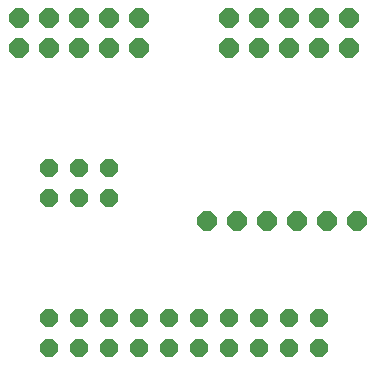
<source format=gts>
G75*
%MOIN*%
%OFA0B0*%
%FSLAX25Y25*%
%IPPOS*%
%LPD*%
%AMOC8*
5,1,8,0,0,1.08239X$1,22.5*
%
%ADD10OC8,0.06000*%
%ADD11OC8,0.06400*%
D10*
X0037000Y0027000D03*
X0037000Y0037000D03*
X0047000Y0037000D03*
X0047000Y0027000D03*
X0057000Y0027000D03*
X0057000Y0037000D03*
X0067000Y0037000D03*
X0067000Y0027000D03*
X0077000Y0027000D03*
X0077000Y0037000D03*
X0087000Y0037000D03*
X0087000Y0027000D03*
X0097000Y0027000D03*
X0097000Y0037000D03*
X0107000Y0037000D03*
X0107000Y0027000D03*
X0117000Y0027000D03*
X0117000Y0037000D03*
X0127000Y0037000D03*
X0127000Y0027000D03*
X0057000Y0077000D03*
X0057000Y0087000D03*
X0047000Y0087000D03*
X0047000Y0077000D03*
X0037000Y0077000D03*
X0037000Y0087000D03*
D11*
X0037000Y0127000D03*
X0037000Y0137000D03*
X0027000Y0137000D03*
X0027000Y0127000D03*
X0047000Y0127000D03*
X0047000Y0137000D03*
X0057000Y0137000D03*
X0057000Y0127000D03*
X0067000Y0127000D03*
X0067000Y0137000D03*
X0097000Y0137000D03*
X0097000Y0127000D03*
X0107000Y0127000D03*
X0107000Y0137000D03*
X0117000Y0137000D03*
X0117000Y0127000D03*
X0127000Y0127000D03*
X0127000Y0137000D03*
X0137000Y0137000D03*
X0137000Y0127000D03*
X0139500Y0069500D03*
X0129500Y0069500D03*
X0119500Y0069500D03*
X0109500Y0069500D03*
X0099500Y0069500D03*
X0089500Y0069500D03*
M02*

</source>
